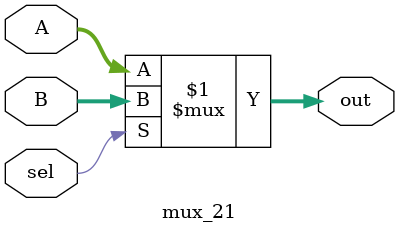
<source format=v>
module mux_21 #(parameter W=32) (
	input [W-1:0] A,
	input [W-1:0] B,
	input sel,

	output [W-1:0] out
);

assign out = sel ? B : A;

endmodule

</source>
